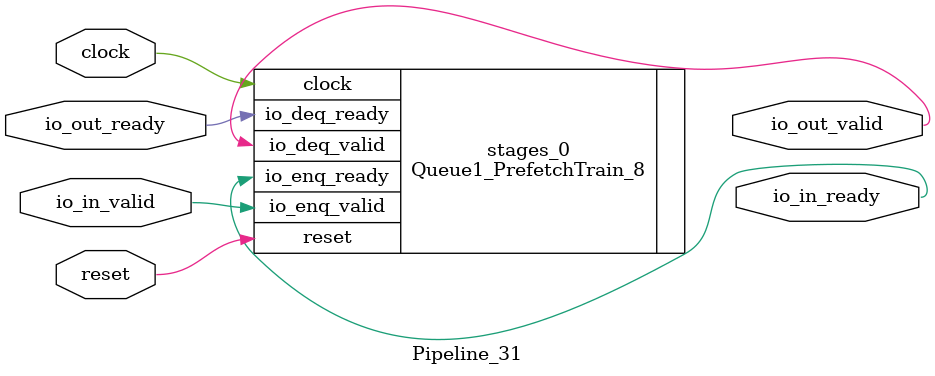
<source format=sv>
`ifndef RANDOMIZE
  `ifdef RANDOMIZE_MEM_INIT
    `define RANDOMIZE
  `endif // RANDOMIZE_MEM_INIT
`endif // not def RANDOMIZE
`ifndef RANDOMIZE
  `ifdef RANDOMIZE_REG_INIT
    `define RANDOMIZE
  `endif // RANDOMIZE_REG_INIT
`endif // not def RANDOMIZE

`ifndef RANDOM
  `define RANDOM $random
`endif // not def RANDOM

// Users can define INIT_RANDOM as general code that gets injected into the
// initializer block for modules with registers.
`ifndef INIT_RANDOM
  `define INIT_RANDOM
`endif // not def INIT_RANDOM

// If using random initialization, you can also define RANDOMIZE_DELAY to
// customize the delay used, otherwise 0.002 is used.
`ifndef RANDOMIZE_DELAY
  `define RANDOMIZE_DELAY 0.002
`endif // not def RANDOMIZE_DELAY

// Define INIT_RANDOM_PROLOG_ for use in our modules below.
`ifndef INIT_RANDOM_PROLOG_
  `ifdef RANDOMIZE
    `ifdef VERILATOR
      `define INIT_RANDOM_PROLOG_ `INIT_RANDOM
    `else  // VERILATOR
      `define INIT_RANDOM_PROLOG_ `INIT_RANDOM #`RANDOMIZE_DELAY begin end
    `endif // VERILATOR
  `else  // RANDOMIZE
    `define INIT_RANDOM_PROLOG_
  `endif // RANDOMIZE
`endif // not def INIT_RANDOM_PROLOG_

// Include register initializers in init blocks unless synthesis is set
`ifndef SYNTHESIS
  `ifndef ENABLE_INITIAL_REG_
    `define ENABLE_INITIAL_REG_
  `endif // not def ENABLE_INITIAL_REG_
`endif // not def SYNTHESIS

// Include rmemory initializers in init blocks unless synthesis is set
`ifndef SYNTHESIS
  `ifndef ENABLE_INITIAL_MEM_
    `define ENABLE_INITIAL_MEM_
  `endif // not def ENABLE_INITIAL_MEM_
`endif // not def SYNTHESIS

module Pipeline_31(
  input  clock,
  input  reset,
  output io_in_ready,
  input  io_in_valid,
  input  io_out_ready,
  output io_out_valid
);

  Queue1_PrefetchTrain_8 stages_0 (
    .clock        (clock),
    .reset        (reset),
    .io_enq_ready (io_in_ready),
    .io_enq_valid (io_in_valid),
    .io_deq_ready (io_out_ready),
    .io_deq_valid (io_out_valid)
  );
endmodule


</source>
